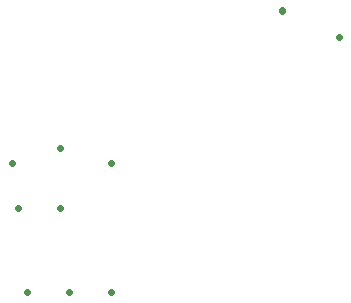
<source format=gbo>
G75*
%MOIN*%
%OFA0B0*%
%FSLAX25Y25*%
%IPPOS*%
%LPD*%
%AMOC8*
5,1,8,0,0,1.08239X$1,22.5*
%
%ADD10C,0.02200*%
D10*
X0333380Y0239500D02*
X0333620Y0239500D01*
X0347380Y0239500D02*
X0347620Y0239500D01*
X0361380Y0239500D02*
X0361620Y0239500D01*
X0344620Y0267500D02*
X0344380Y0267500D01*
X0330620Y0267500D02*
X0330380Y0267500D01*
X0328620Y0282500D02*
X0328380Y0282500D01*
X0344380Y0287500D02*
X0344620Y0287500D01*
X0361380Y0282500D02*
X0361620Y0282500D01*
X0418500Y0333380D02*
X0418500Y0333620D01*
X0437380Y0324500D02*
X0437620Y0324500D01*
M02*

</source>
